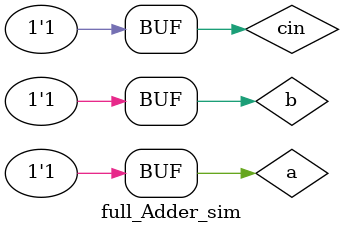
<source format=v>
`timescale 1ns / 1ps


module full_Adder_sim();
wire s1,s2,or1;
reg a,b,cin;
full_adder_design soham(s1,s2,or1,a,b,cin);
initial begin
a=1'b0; b=1'b0; cin=1'b0; #250;
a=1'b0; b=1'b0; cin=1'b1; #250;
a=1'b0; b=1'b1; cin=1'b0; #250;
a=1'b0; b=1'b1; cin=1'b1; #250;
a=1'b1; b=1'b0; cin=1'b0; #250;
a=1'b1; b=1'b0; cin=1'b1; #250;
a=1'b1; b=1'b1; cin=1'b0; #250;
a=1'b1; b=1'b1; cin=1'b1; #250;
end
endmodule

</source>
